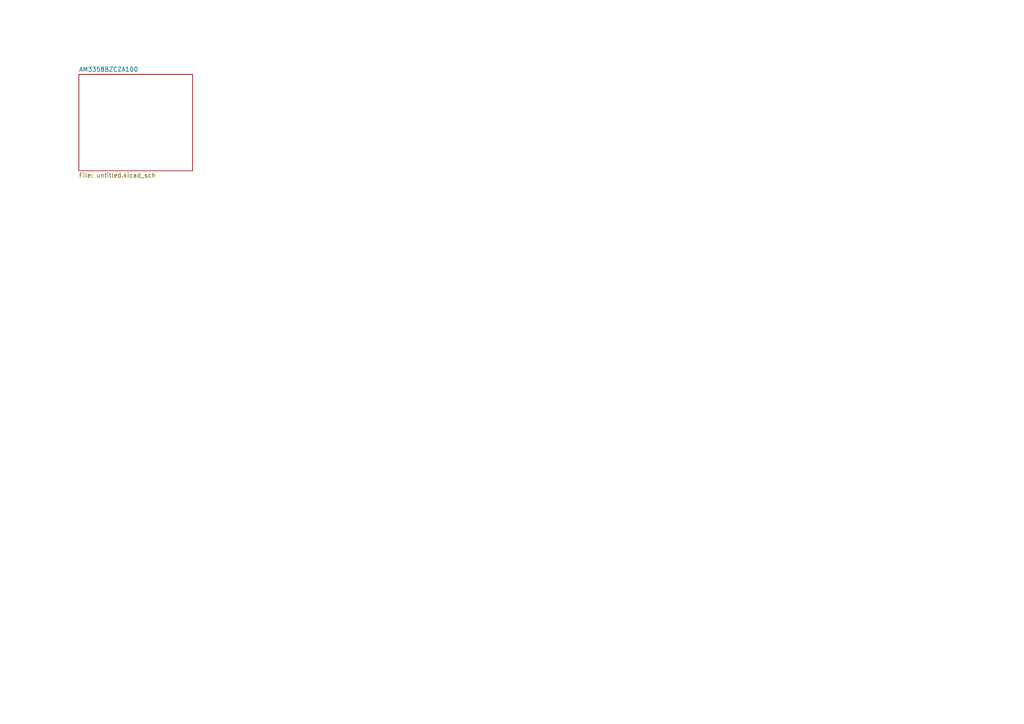
<source format=kicad_sch>
(kicad_sch (version 20211123) (generator eeschema)
  (paper "A4")
  (title_block (title "Mirror Mirror Off the Wall"))
  (lib_symbols)
  (sheet (at 22.86 21.59) (size 33.02 27.94) (stroke (width 0.1524))
    (property "Sheet name" "AM3358BZCZA100" (at 22.86 20.8784 0) (effects (justify left bottom)))
    (property "Sheet file" "untitled.kicad_sch" (at 22.86 50.1146 0) (effects (justify left top)))
  )
)
</source>
